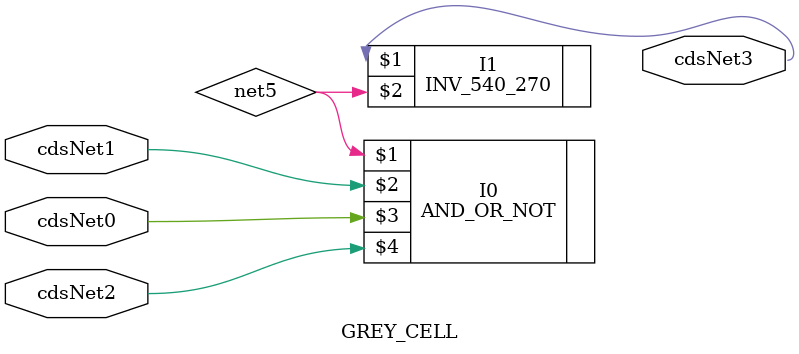
<source format=v>
`timescale 1ns / 1ns 

module GREY_CELL ( cdsNet3, cdsNet2, cdsNet1, cdsNet0 );
output  cdsNet3;

input  cdsNet2, cdsNet1, cdsNet0;


specify 
    specparam CDS_LIBNAME  = "ECE555";
    specparam CDS_CELLNAME = "GREY_CELL";
    specparam CDS_VIEWNAME = "schematic";
endspecify

AND_OR_NOT I0 ( net5, cdsNet1, cdsNet0, cdsNet2);
INV_540_270 I1 ( cdsNet3, net5);

endmodule

</source>
